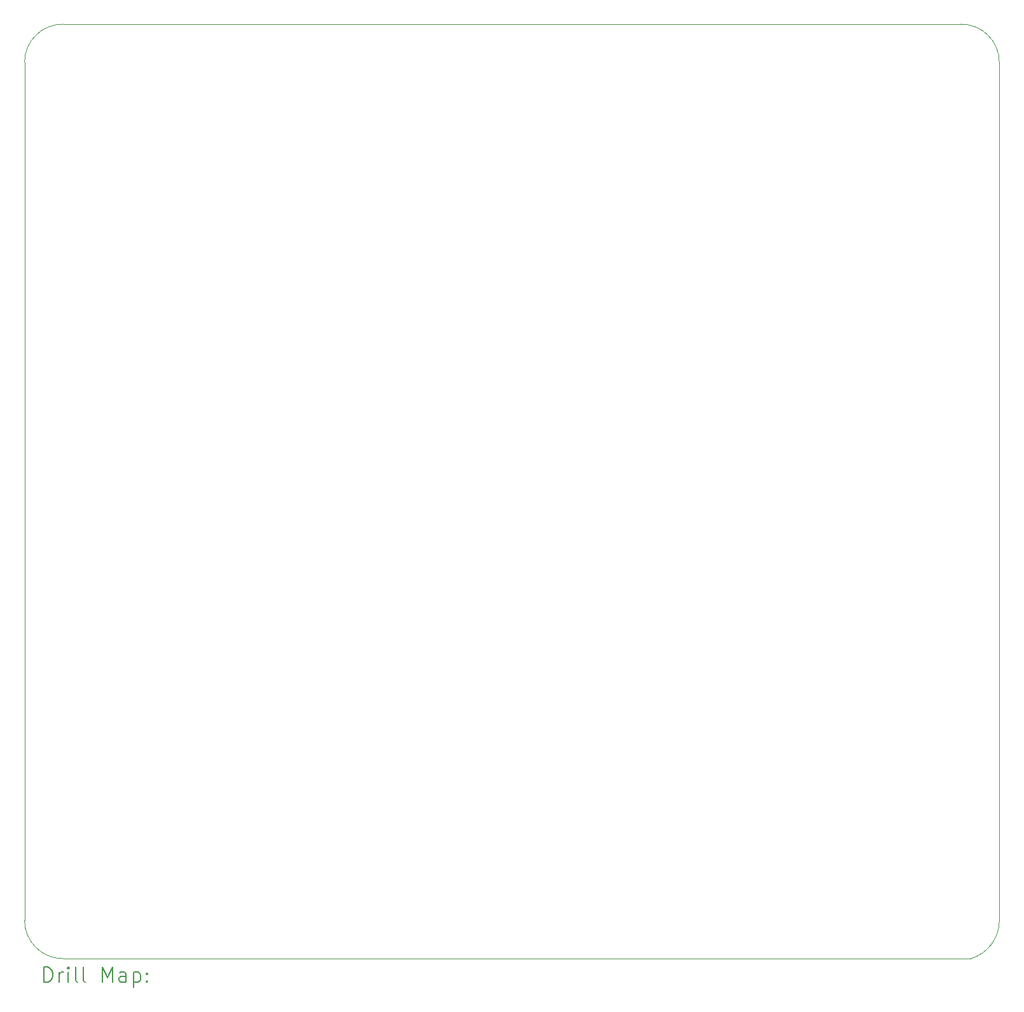
<source format=gbr>
%TF.GenerationSoftware,KiCad,Pcbnew,8.0.6*%
%TF.CreationDate,2025-03-03T14:35:41-05:00*%
%TF.ProjectId,SiPM_Bias_BRD_Telem_PWR,5369504d-5f42-4696-9173-5f4252445f54,rev?*%
%TF.SameCoordinates,Original*%
%TF.FileFunction,Drillmap*%
%TF.FilePolarity,Positive*%
%FSLAX45Y45*%
G04 Gerber Fmt 4.5, Leading zero omitted, Abs format (unit mm)*
G04 Created by KiCad (PCBNEW 8.0.6) date 2025-03-03 14:35:41*
%MOMM*%
%LPD*%
G01*
G04 APERTURE LIST*
%ADD10C,0.050000*%
%ADD11C,0.200000*%
G04 APERTURE END LIST*
D10*
X35581790Y-19558000D02*
X35581790Y-13716000D01*
X23114000Y-25654000D02*
G75*
G02*
X22606000Y-25146000I0J508000D01*
G01*
X35582368Y-25146000D02*
G75*
G02*
X35204400Y-25654000I-530368J0D01*
G01*
X22606000Y-19558000D02*
X22606000Y-13716000D01*
X34798000Y-25654000D02*
X35052000Y-25654000D01*
X34798000Y-25654000D02*
X23114000Y-25654000D01*
X35204400Y-25654000D02*
X35052000Y-25654000D01*
X23114000Y-13208000D02*
X35073790Y-13208000D01*
X35073790Y-13208000D02*
G75*
G02*
X35581790Y-13716000I0J-508000D01*
G01*
X22606000Y-13716000D02*
G75*
G02*
X23114000Y-13208000I508000J0D01*
G01*
X22606000Y-25146000D02*
X22606000Y-19558000D01*
X35581790Y-25146000D02*
X35581790Y-19558000D01*
D11*
X22864277Y-25967984D02*
X22864277Y-25767984D01*
X22864277Y-25767984D02*
X22911896Y-25767984D01*
X22911896Y-25767984D02*
X22940467Y-25777508D01*
X22940467Y-25777508D02*
X22959515Y-25796555D01*
X22959515Y-25796555D02*
X22969039Y-25815603D01*
X22969039Y-25815603D02*
X22978562Y-25853698D01*
X22978562Y-25853698D02*
X22978562Y-25882269D01*
X22978562Y-25882269D02*
X22969039Y-25920365D01*
X22969039Y-25920365D02*
X22959515Y-25939412D01*
X22959515Y-25939412D02*
X22940467Y-25958460D01*
X22940467Y-25958460D02*
X22911896Y-25967984D01*
X22911896Y-25967984D02*
X22864277Y-25967984D01*
X23064277Y-25967984D02*
X23064277Y-25834650D01*
X23064277Y-25872746D02*
X23073801Y-25853698D01*
X23073801Y-25853698D02*
X23083324Y-25844174D01*
X23083324Y-25844174D02*
X23102372Y-25834650D01*
X23102372Y-25834650D02*
X23121420Y-25834650D01*
X23188086Y-25967984D02*
X23188086Y-25834650D01*
X23188086Y-25767984D02*
X23178562Y-25777508D01*
X23178562Y-25777508D02*
X23188086Y-25787031D01*
X23188086Y-25787031D02*
X23197610Y-25777508D01*
X23197610Y-25777508D02*
X23188086Y-25767984D01*
X23188086Y-25767984D02*
X23188086Y-25787031D01*
X23311896Y-25967984D02*
X23292848Y-25958460D01*
X23292848Y-25958460D02*
X23283324Y-25939412D01*
X23283324Y-25939412D02*
X23283324Y-25767984D01*
X23416658Y-25967984D02*
X23397610Y-25958460D01*
X23397610Y-25958460D02*
X23388086Y-25939412D01*
X23388086Y-25939412D02*
X23388086Y-25767984D01*
X23645229Y-25967984D02*
X23645229Y-25767984D01*
X23645229Y-25767984D02*
X23711896Y-25910841D01*
X23711896Y-25910841D02*
X23778562Y-25767984D01*
X23778562Y-25767984D02*
X23778562Y-25967984D01*
X23959515Y-25967984D02*
X23959515Y-25863222D01*
X23959515Y-25863222D02*
X23949991Y-25844174D01*
X23949991Y-25844174D02*
X23930943Y-25834650D01*
X23930943Y-25834650D02*
X23892848Y-25834650D01*
X23892848Y-25834650D02*
X23873801Y-25844174D01*
X23959515Y-25958460D02*
X23940467Y-25967984D01*
X23940467Y-25967984D02*
X23892848Y-25967984D01*
X23892848Y-25967984D02*
X23873801Y-25958460D01*
X23873801Y-25958460D02*
X23864277Y-25939412D01*
X23864277Y-25939412D02*
X23864277Y-25920365D01*
X23864277Y-25920365D02*
X23873801Y-25901317D01*
X23873801Y-25901317D02*
X23892848Y-25891793D01*
X23892848Y-25891793D02*
X23940467Y-25891793D01*
X23940467Y-25891793D02*
X23959515Y-25882269D01*
X24054753Y-25834650D02*
X24054753Y-26034650D01*
X24054753Y-25844174D02*
X24073801Y-25834650D01*
X24073801Y-25834650D02*
X24111896Y-25834650D01*
X24111896Y-25834650D02*
X24130943Y-25844174D01*
X24130943Y-25844174D02*
X24140467Y-25853698D01*
X24140467Y-25853698D02*
X24149991Y-25872746D01*
X24149991Y-25872746D02*
X24149991Y-25929888D01*
X24149991Y-25929888D02*
X24140467Y-25948936D01*
X24140467Y-25948936D02*
X24130943Y-25958460D01*
X24130943Y-25958460D02*
X24111896Y-25967984D01*
X24111896Y-25967984D02*
X24073801Y-25967984D01*
X24073801Y-25967984D02*
X24054753Y-25958460D01*
X24235705Y-25948936D02*
X24245229Y-25958460D01*
X24245229Y-25958460D02*
X24235705Y-25967984D01*
X24235705Y-25967984D02*
X24226182Y-25958460D01*
X24226182Y-25958460D02*
X24235705Y-25948936D01*
X24235705Y-25948936D02*
X24235705Y-25967984D01*
X24235705Y-25844174D02*
X24245229Y-25853698D01*
X24245229Y-25853698D02*
X24235705Y-25863222D01*
X24235705Y-25863222D02*
X24226182Y-25853698D01*
X24226182Y-25853698D02*
X24235705Y-25844174D01*
X24235705Y-25844174D02*
X24235705Y-25863222D01*
M02*

</source>
